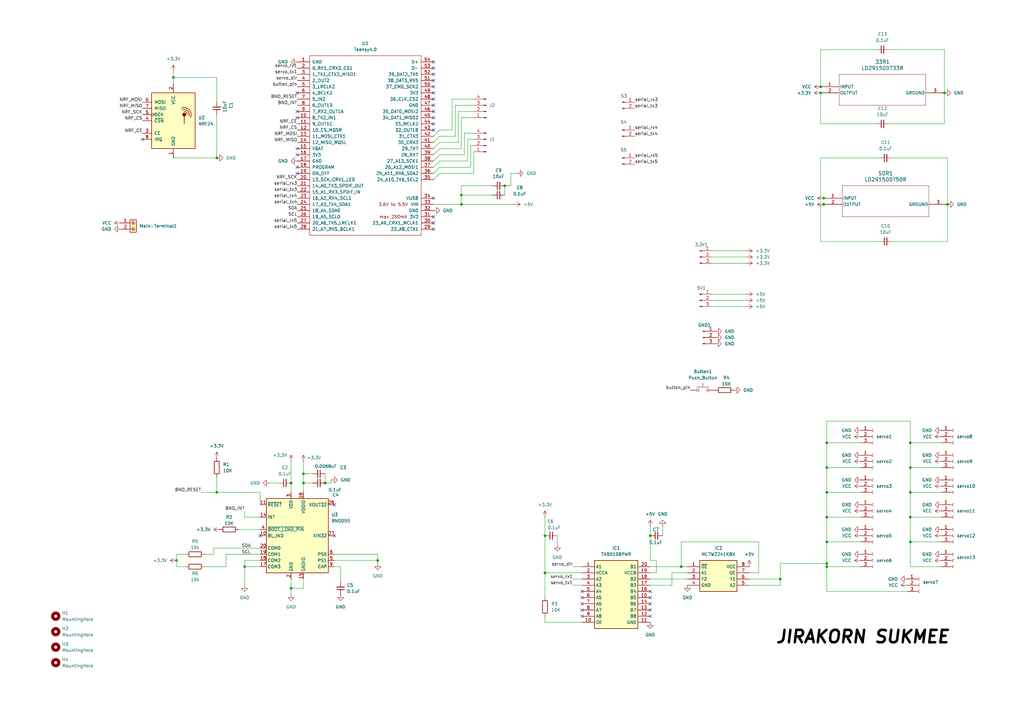
<source format=kicad_sch>
(kicad_sch (version 20231120) (generator "eeschema") (generator_version "8.0")
  (paper "A3")
  (title_block (title "Teensy 4.0 Hexapod Controller") (date "2024-12-27") (rev "V0.1") (company "Jirakorn Sukmee"))
  (junction (at 336.55 35.56))
  (junction (at 279.4 232.41))
  (junction (at 189.23 83.82))
  (junction (at 339.09 222.25))
  (junction (at 373.38 191.77))
  (junction (at 339.09 231.14))
  (junction (at 320.04 237.49))
  (junction (at 339.09 181.61))
  (junction (at 339.09 201.93))
  (junction (at 266.7 219.71))
  (junction (at 337.82 81.28))
  (junction (at 223.52 219.71))
  (junction (at 124.46 194.31))
  (junction (at 88.9 201.93))
  (junction (at 133.35 198.12))
  (junction (at 189.23 80.01))
  (junction (at 388.62 83.82))
  (junction (at 119.38 241.3))
  (junction (at 373.38 222.25))
  (junction (at 71.12 31.75))
  (junction (at 207.01 76.2))
  (junction (at 373.38 201.93))
  (junction (at 373.38 181.61))
  (junction (at 124.46 198.12))
  (junction (at 339.09 212.09))
  (junction (at 336.55 38.1))
  (junction (at 100.33 232.41))
  (junction (at 339.09 191.77))
  (junction (at 337.82 83.82))
  (junction (at 387.35 38.1))
  (junction (at 373.38 212.09))
  (junction (at 88.9 64.77))
  (junction (at 223.52 234.95))
  (junction (at 119.38 198.12))
  (junction (at 339.09 232.41))
  (junction (at 72.39 229.87))
  (junction (at 154.94 229.87))
  (no_connect (at 137.16 219.71))
  (no_connect (at 266.7 242.57))
  (no_connect (at 106.68 219.71))
  (no_connect (at 266.7 247.65))
  (no_connect (at 121.92 48.26))
  (no_connect (at 177.8 91.44))
  (no_connect (at 121.92 60.96))
  (no_connect (at 177.8 88.9))
  (no_connect (at 177.8 38.1))
  (no_connect (at 177.8 50.8))
  (no_connect (at 266.7 250.19))
  (no_connect (at 58.42 57.15))
  (no_connect (at 121.92 63.5))
  (no_connect (at 177.8 27.94))
  (no_connect (at 238.76 247.65))
  (no_connect (at 177.8 30.48))
  (no_connect (at 238.76 245.11))
  (no_connect (at 177.8 48.26))
  (no_connect (at 177.8 93.98))
  (no_connect (at 177.8 45.72))
  (no_connect (at 177.8 25.4))
  (no_connect (at 137.16 207.01))
  (no_connect (at 177.8 35.56))
  (no_connect (at 121.92 38.1))
  (no_connect (at 177.8 81.28))
  (no_connect (at 238.76 250.19))
  (no_connect (at 266.7 252.73))
  (no_connect (at 238.76 252.73))
  (no_connect (at 121.92 68.58))
  (no_connect (at 121.92 45.72))
  (no_connect (at 177.8 33.02))
  (no_connect (at 121.92 71.12))
  (no_connect (at 177.8 40.64))
  (no_connect (at 177.8 43.18))
  (no_connect (at 266.7 245.11))
  (no_connect (at 177.8 53.34))
  (no_connect (at 238.76 242.57))
  (bus_entry (at 177.8 55.88) (size 2.54 -2.54))
  (bus_entry (at 177.8 58.42) (size 2.54 -2.54))
  (bus_entry (at 177.8 66.04) (size 2.54 -2.54))
  (bus_entry (at 177.8 60.96) (size 2.54 -2.54))
  (bus_entry (at 177.8 68.58) (size 2.54 -2.54))
  (bus_entry (at 177.8 73.66) (size 2.54 -2.54))
  (bus_entry (at 177.8 71.12) (size 2.54 -2.54))
  (bus_entry (at 177.8 63.5) (size 2.54 -2.54))
  (wire (pts (xy 336.55 83.82) (xy 337.82 83.82)))
  (wire (pts (xy 271.78 215.9) (xy 271.78 219.71)))
  (wire (pts (xy 365.76 99.06) (xy 388.62 99.06)))
  (wire (pts (xy 124.46 198.12) (xy 128.27 198.12)))
  (wire (pts (xy 209.55 71.12) (xy 212.09 71.12)))
  (wire (pts (xy 364.49 50.8) (xy 387.35 50.8)))
  (wire (pts (xy 339.09 242.57) (xy 372.11 242.57)))
  (wire (pts (xy 88.9 201.93) (xy 106.68 201.93)))
  (wire (pts (xy 339.09 222.25) (xy 339.09 231.14)))
  (wire (pts (xy 306.07 105.41) (xy 292.1 105.41)))
  (wire (pts (xy 266.7 229.87) (xy 269.24 229.87)))
  (wire (pts (xy 373.38 181.61) (xy 373.38 191.77)))
  (wire (pts (xy 339.09 172.72) (xy 339.09 181.61)))
  (wire (pts (xy 365.76 64.77) (xy 388.62 64.77)))
  (wire (pts (xy 100.33 232.41) (xy 106.68 232.41)))
  (wire (pts (xy 106.68 229.87) (xy 100.33 229.87)))
  (wire (pts (xy 87.63 224.79) (xy 106.68 224.79)))
  (wire (pts (xy 154.94 227.33) (xy 154.94 229.87)))
  (wire (pts (xy 388.62 64.77) (xy 388.62 83.82)))
  (wire (pts (xy 100.33 229.87) (xy 100.33 232.41)))
  (wire (pts (xy 139.7 232.41) (xy 139.7 238.76)))
  (wire (pts (xy 336.55 99.06) (xy 336.55 83.82)))
  (wire (pts (xy 336.55 50.8) (xy 359.41 50.8)))
  (wire (pts (xy 279.4 222.25) (xy 311.15 222.25)))
  (wire (pts (xy 124.46 194.31) (xy 124.46 198.12)))
  (wire (pts (xy 266.7 232.41) (xy 279.4 232.41)))
  (wire (pts (xy 336.55 20.32) (xy 336.55 35.56)))
  (wire (pts (xy 353.06 212.09) (xy 339.09 212.09)))
  (wire (pts (xy 189.23 83.82) (xy 210.82 83.82)))
  (wire (pts (xy 339.09 181.61) (xy 339.09 191.77)))
  (wire (pts (xy 72.39 229.87) (xy 72.39 227.33)))
  (wire (pts (xy 336.55 81.28) (xy 337.82 81.28)))
  (wire (pts (xy 306.07 107.95) (xy 292.1 107.95)))
  (wire (pts (xy 373.38 191.77) (xy 373.38 201.93)))
  (wire (pts (xy 266.7 215.9) (xy 266.7 219.71)))
  (wire (pts (xy 135.89 198.12) (xy 135.89 196.85)))
  (wire (pts (xy 191.77 66.04) (xy 191.77 57.15)))
  (wire (pts (xy 306.07 123.19) (xy 292.1 123.19)))
  (wire (pts (xy 307.34 237.49) (xy 320.04 237.49)))
  (wire (pts (xy 119.38 241.3) (xy 119.38 243.84)))
  (wire (pts (xy 373.38 212.09) (xy 373.38 222.25)))
  (wire (pts (xy 339.09 231.14) (xy 339.09 232.41)))
  (wire (pts (xy 88.9 64.77) (xy 71.12 64.77)))
  (wire (pts (xy 97.79 217.17) (xy 106.68 217.17)))
  (wire (pts (xy 82.55 201.93) (xy 88.9 201.93)))
  (wire (pts (xy 119.38 237.49) (xy 119.38 241.3)))
  (wire (pts (xy 373.38 222.25) (xy 386.08 222.25)))
  (wire (pts (xy 185.42 53.34) (xy 185.42 40.64)))
  (wire (pts (xy 154.94 229.87) (xy 154.94 231.14)))
  (wire (pts (xy 180.34 58.42) (xy 187.96 58.42)))
  (wire (pts (xy 137.16 232.41) (xy 139.7 232.41)))
  (wire (pts (xy 234.95 237.49) (xy 238.76 237.49)))
  (wire (pts (xy 207.01 76.2) (xy 209.55 76.2)))
  (wire (pts (xy 124.46 241.3) (xy 119.38 241.3)))
  (wire (pts (xy 100.33 212.09) (xy 106.68 212.09)))
  (wire (pts (xy 373.38 172.72) (xy 373.38 181.61)))
  (wire (pts (xy 266.7 219.71) (xy 266.7 229.87)))
  (wire (pts (xy 124.46 237.49) (xy 124.46 241.3)))
  (wire (pts (xy 223.52 245.11) (xy 223.52 234.95)))
  (wire (pts (xy 71.12 31.75) (xy 88.9 31.75)))
  (wire (pts (xy 88.9 31.75) (xy 88.9 41.91)))
  (wire (pts (xy 339.09 191.77) (xy 339.09 201.93)))
  (wire (pts (xy 339.09 232.41) (xy 353.06 232.41)))
  (wire (pts (xy 119.38 198.12) (xy 119.38 201.93)))
  (wire (pts (xy 110.49 198.12) (xy 114.3 198.12)))
  (wire (pts (xy 339.09 172.72) (xy 373.38 172.72)))
  (wire (pts (xy 92.71 232.41) (xy 92.71 227.33)))
  (wire (pts (xy 180.34 53.34) (xy 185.42 53.34)))
  (wire (pts (xy 306.07 125.73) (xy 292.1 125.73)))
  (wire (pts (xy 190.5 63.5) (xy 190.5 54.61)))
  (wire (pts (xy 106.68 201.93) (xy 106.68 207.01)))
  (wire (pts (xy 185.42 40.64) (xy 194.31 40.64)))
  (wire (pts (xy 339.09 201.93) (xy 339.09 212.09)))
  (wire (pts (xy 275.59 240.03) (xy 275.59 234.95)))
  (wire (pts (xy 339.09 232.41) (xy 339.09 242.57)))
  (wire (pts (xy 187.96 45.72) (xy 194.31 45.72)))
  (wire (pts (xy 137.16 227.33) (xy 154.94 227.33)))
  (wire (pts (xy 266.7 237.49) (xy 281.94 237.49)))
  (wire (pts (xy 88.9 46.99) (xy 88.9 64.77)))
  (wire (pts (xy 100.33 209.55) (xy 100.33 212.09)))
  (wire (pts (xy 124.46 189.23) (xy 124.46 194.31)))
  (wire (pts (xy 207.01 76.2) (xy 207.01 80.01)))
  (wire (pts (xy 373.38 222.25) (xy 373.38 232.41)))
  (wire (pts (xy 87.63 227.33) (xy 87.63 224.79)))
  (wire (pts (xy 137.16 229.87) (xy 154.94 229.87)))
  (wire (pts (xy 83.82 227.33) (xy 87.63 227.33)))
  (wire (pts (xy 201.93 80.01) (xy 189.23 80.01)))
  (wire (pts (xy 180.34 60.96) (xy 189.23 60.96)))
  (wire (pts (xy 223.52 255.27) (xy 238.76 255.27)))
  (wire (pts (xy 279.4 232.41) (xy 279.4 222.25)))
  (wire (pts (xy 190.5 54.61) (xy 194.31 54.61)))
  (wire (pts (xy 180.34 68.58) (xy 193.04 68.58)))
  (wire (pts (xy 339.09 212.09) (xy 339.09 222.25)))
  (wire (pts (xy 269.24 229.87) (xy 269.24 234.95)))
  (wire (pts (xy 266.7 240.03) (xy 275.59 240.03)))
  (wire (pts (xy 234.95 232.41) (xy 238.76 232.41)))
  (wire (pts (xy 72.39 229.87) (xy 72.39 232.41)))
  (wire (pts (xy 180.34 63.5) (xy 190.5 63.5)))
  (wire (pts (xy 339.09 201.93) (xy 353.06 201.93)))
  (wire (pts (xy 339.09 191.77) (xy 353.06 191.77)))
  (wire (pts (xy 223.52 234.95) (xy 238.76 234.95)))
  (wire (pts (xy 223.52 252.73) (xy 223.52 255.27)))
  (wire (pts (xy 320.04 240.03) (xy 320.04 237.49)))
  (wire (pts (xy 177.8 83.82) (xy 189.23 83.82)))
  (wire (pts (xy 228.6 219.71) (xy 228.6 223.52)))
  (wire (pts (xy 189.23 60.96) (xy 189.23 48.26)))
  (wire (pts (xy 387.35 50.8) (xy 387.35 38.1)))
  (wire (pts (xy 92.71 227.33) (xy 106.68 227.33)))
  (wire (pts (xy 124.46 194.31) (xy 128.27 194.31)))
  (wire (pts (xy 72.39 232.41) (xy 76.2 232.41)))
  (wire (pts (xy 100.33 232.41) (xy 100.33 240.03)))
  (wire (pts (xy 189.23 80.01) (xy 189.23 83.82)))
  (wire (pts (xy 320.04 231.14) (xy 320.04 237.49)))
  (wire (pts (xy 306.07 102.87) (xy 292.1 102.87)))
  (wire (pts (xy 269.24 234.95) (xy 266.7 234.95)))
  (wire (pts (xy 223.52 212.09) (xy 223.52 219.71)))
  (wire (pts (xy 306.07 120.65) (xy 292.1 120.65)))
  (wire (pts (xy 373.38 201.93) (xy 373.38 212.09)))
  (wire (pts (xy 311.15 222.25) (xy 311.15 234.95)))
  (wire (pts (xy 187.96 58.42) (xy 187.96 45.72)))
  (wire (pts (xy 388.62 99.06) (xy 388.62 83.82)))
  (wire (pts (xy 186.69 55.88) (xy 186.69 43.18)))
  (wire (pts (xy 279.4 232.41) (xy 281.94 232.41)))
  (wire (pts (xy 189.23 76.2) (xy 189.23 80.01)))
  (wire (pts (xy 194.31 71.12) (xy 180.34 71.12)))
  (wire (pts (xy 189.23 48.26) (xy 194.31 48.26)))
  (wire (pts (xy 83.82 232.41) (xy 92.71 232.41)))
  (wire (pts (xy 336.55 64.77) (xy 360.68 64.77)))
  (wire (pts (xy 180.34 55.88) (xy 186.69 55.88)))
  (wire (pts (xy 336.55 64.77) (xy 336.55 81.28)))
  (wire (pts (xy 133.35 198.12) (xy 135.89 198.12)))
  (wire (pts (xy 223.52 219.71) (xy 223.52 234.95)))
  (wire (pts (xy 119.38 189.23) (xy 119.38 198.12)))
  (wire (pts (xy 339.09 222.25) (xy 353.06 222.25)))
  (wire (pts (xy 209.55 76.2) (xy 209.55 71.12)))
  (wire (pts (xy 311.15 234.95) (xy 307.34 234.95)))
  (wire (pts (xy 307.34 240.03) (xy 320.04 240.03)))
  (wire (pts (xy 373.38 191.77) (xy 386.08 191.77)))
  (wire (pts (xy 336.55 99.06) (xy 360.68 99.06)))
  (wire (pts (xy 193.04 59.69) (xy 194.31 59.69)))
  (wire (pts (xy 387.35 20.32) (xy 387.35 38.1)))
  (wire (pts (xy 189.23 76.2) (xy 201.93 76.2)))
  (wire (pts (xy 336.55 38.1) (xy 336.55 50.8)))
  (wire (pts (xy 339.09 181.61) (xy 353.06 181.61)))
  (wire (pts (xy 234.95 240.03) (xy 238.76 240.03)))
  (wire (pts (xy 72.39 227.33) (xy 76.2 227.33)))
  (wire (pts (xy 275.59 234.95) (xy 281.94 234.95)))
  (wire (pts (xy 133.35 194.31) (xy 133.35 198.12)))
  (wire (pts (xy 71.12 29.21) (xy 71.12 31.75)))
  (wire (pts (xy 88.9 195.58) (xy 88.9 201.93)))
  (wire (pts (xy 373.38 232.41) (xy 386.08 232.41)))
  (wire (pts (xy 124.46 198.12) (xy 124.46 201.93)))
  (wire (pts (xy 364.49 20.32) (xy 387.35 20.32)))
  (wire (pts (xy 186.69 43.18) (xy 194.31 43.18)))
  (wire (pts (xy 194.31 62.23) (xy 194.31 71.12)))
  (wire (pts (xy 373.38 201.93) (xy 386.08 201.93)))
  (wire (pts (xy 191.77 57.15) (xy 194.31 57.15)))
  (wire (pts (xy 373.38 181.61) (xy 386.08 181.61)))
  (wire (pts (xy 71.12 31.75) (xy 71.12 34.29)))
  (wire (pts (xy 180.34 66.04) (xy 191.77 66.04)))
  (wire (pts (xy 373.38 212.09) (xy 386.08 212.09)))
  (wire (pts (xy 320.04 231.14) (xy 339.09 231.14)))
  (wire (pts (xy 193.04 68.58) (xy 193.04 59.69)))
  (wire (pts (xy 359.41 20.32) (xy 336.55 20.32)))
  (text "JIRAKORN SUKMEE" (at 353.822 261.366 0) (effects (font (size 5.08 5.08) (thickness 1.016) (bold yes) (italic yes))))
  (label "BNO_RESET" (at 121.92 40.64 180))
  (label "serial_rx3" (at 260.35 41.91 0))
  (label "button_pin" (at 121.92 35.56 180))
  (label "BNO_RESET" (at 82.55 201.93 180))
  (label "serial_rx4" (at 121.92 81.28 180))
  (label "button_pin" (at 283.21 160.02 180))
  (label "serial_rx3" (at 121.92 76.2 180))
  (label "serial_tx4" (at 260.35 55.88 0))
  (label "SCL" (at 121.92 88.9 180))
  (label "serial_rx5" (at 260.35 64.77 0))
  (label "servo_tx1" (at 121.92 30.48 180))
  (label "NRF_SCK" (at 121.92 73.66 180))
  (label "NRF_CS" (at 58.42 49.53 180))
  (label "SDA" (at 121.92 86.36 180))
  (label "SDA" (at 102.87 224.79 180))
  (label "serial_tx5" (at 121.92 93.98 180))
  (label "NRF_MOSI" (at 121.92 55.88 180))
  (label "NRF_CE" (at 121.92 50.8 180))
  (label "serial_tx4" (at 121.92 83.82 180))
  (label "serial_tx3" (at 121.92 78.74 180))
  (label "servo_rx1" (at 234.95 237.49 180))
  (label "servo_rx1" (at 121.92 27.94 180))
  (label "BNO_INT" (at 100.33 209.55 180))
  (label "NRF_CE" (at 58.42 54.61 180))
  (label "NRF_SCK" (at 58.42 46.99 180))
  (label "NRF_MOSI" (at 58.42 41.91 180))
  (label "servo_dir" (at 234.95 232.41 180))
  (label "serial_tx5" (at 260.35 67.31 0))
  (label "NRF_MISO" (at 121.92 58.42 180))
  (label "servo_tx1" (at 234.95 240.03 180))
  (label "serial_rx4" (at 260.35 53.34 0))
  (label "SCL" (at 102.87 227.33 180))
  (label "BNO_INT" (at 121.92 43.18 180))
  (label "NRF_CS" (at 121.92 53.34 180))
  (label "servo_dir" (at 121.92 33.02 180))
  (label "serial_tx3" (at 260.35 44.45 0))
  (label "NRF_MISO" (at 58.42 44.45 180))
  (label "serial_rx5" (at 121.92 91.44 180))
  (symbol (lib_id "power:+3.3V") (at 306.07 105.41 270) (unit 1)
    (property "Reference" "#PWR056" (effects (hide yes)))
    (property "Value" "+3.3V" (at 309.88 105.4099 90) (effects (justify left)))
    (property "Description" "Power symbol creates a global label with name \"+3.3V\"" (effects (hide yes)))
  )
  (symbol (lib_id "Mechanical:MountingHole") (at 22.86 265.43 0) (unit 1) (exclude_from_sim yes) (in_bom no)
    (property "Reference" "H3" (at 25.4 264.1599 0) (effects (justify left)))
    (property "Value" "MountingHole" (at 25.4 266.6999 0) (effects (justify left)))
    (property "Footprint" "MountingHole:MountingHole_3.2mm_M3" (effects (hide yes)))
    (property "Description" "Mounting Hole without connection" (effects (hide yes)))
  )
  (symbol (lib_id "power:GND") (at 281.94 240.03 0) (unit 1)
    (property "Reference" "#PWR052" (effects (hide yes)))
    (property "Value" "GND" (at 281.94 245.11 0))
    (property "Description" "Power symbol creates a global label with name \"GND\" , ground" (effects (hide yes)))
  )
  (symbol (lib_id "power:VCC") (at 372.11 240.03 90) (unit 1)
    (property "Reference" "#PWR032" (effects (hide yes)))
    (property "Value" "VCC" (at 368.3 240.0299 90) (effects (justify left)))
    (property "Description" "Power symbol creates a global label with name \"VCC\"" (effects (hide yes)))
  )
  (symbol (lib_id "Connector:Conn_01x04_Pin") (at 199.39 45.72 180) (unit 1)
    (property "Reference" "J2" (at 200.66 43.1799 0) (effects (justify right)))
    (property "Value" "Conn_01x04_Pin" (effects (hide yes)))
    (property "Footprint" "Connector_PinHeader_2.54mm:PinHeader_1x04_P2.54mm_Vertical" (effects (hide yes)))
    (property "Description" "Generic connector, single row, 01x04, script generated" (effects (hide yes)))
  )
  (symbol (lib_id "power:GND") (at 386.08 186.69 270) (unit 1)
    (property "Reference" "#PWR035" (effects (hide yes)))
    (property "Value" "GND" (at 382.27 186.6899 90) (effects (justify right)))
    (property "Description" "Power symbol creates a global label with name \"GND\" , ground" (effects (hide yes)))
  )
  (symbol (lib_id "power:GND") (at 100.33 240.03 0) (unit 1)
    (property "Reference" "#PWR05" (effects (hide yes)))
    (property "Value" "GND" (at 100.33 245.11 0))
    (property "Description" "Power symbol creates a global label with name \"GND\" , ground" (effects (hide yes)))
  )
  (symbol (lib_id "power:GND") (at 353.06 186.69 270) (unit 1)
    (property "Reference" "#PWR021" (effects (hide yes)))
    (property "Value" "GND" (at 349.25 186.6899 90) (effects (justify right)))
    (property "Description" "Power symbol creates a global label with name \"GND\" , ground" (effects (hide yes)))
  )
  (symbol (lib_id "Connector:Conn_01x02_Pin") (at 255.27 64.77 0) (unit 1)
    (property "Reference" "S5" (at 255.778 61.468 0))
    (property "Value" "CAN_SERIAL3" (effects (hide yes)))
    (property "Footprint" "Connector_PinHeader_2.54mm:PinHeader_1x02_P2.54mm_Vertical" (effects (hide yes)))
    (property "Description" "Generic connector, single row, 01x02, script generated" (effects (hide yes)))
  )
  (symbol (lib_id "power:VCC") (at 386.08 229.87 90) (unit 1)
    (property "Reference" "#PWR044" (effects (hide yes)))
    (property "Value" "VCC" (at 382.27 229.8699 90) (effects (justify left)))
    (property "Description" "Power symbol creates a global label with name \"VCC\"" (effects (hide yes)))
  )
  (symbol (lib_id "Connector:Conn_01x03_Pin") (at 288.29 138.43 0) (unit 1)
    (property "Reference" "GND1" (at 288.925 133.35 0))
    (property "Value" "Conn_01x03_Pin" (effects (hide yes)))
    (property "Footprint" "Connector_PinHeader_2.54mm:PinHeader_1x03_P2.54mm_Vertical" (effects (hide yes)))
    (property "Description" "Generic connector, single row, 01x03, script generated" (effects (hide yes)))
  )
  (symbol (lib_id "power:GND") (at 110.49 198.12 270) (unit 1)
    (property "Reference" "#PWR06" (effects (hide yes)))
    (property "Value" "GND" (at 106.68 198.1199 90) (effects (justify right)))
    (property "Description" "Power symbol creates a global label with name \"GND\" , ground" (effects (hide yes)))
  )
  (symbol (lib_id "power:VCC") (at 386.08 219.71 90) (unit 1)
    (property "Reference" "#PWR042" (effects (hide yes)))
    (property "Value" "VCC" (at 382.27 219.7099 90) (effects (justify left)))
    (property "Description" "Power symbol creates a global label with name \"VCC\"" (effects (hide yes)))
  )
  (symbol (lib_id "power:+5V") (at 306.07 120.65 270) (unit 1)
    (property "Reference" "#PWR058" (effects (hide yes)))
    (property "Value" "+5V" (at 309.88 120.6499 90) (effects (justify left)))
    (property "Description" "Power symbol creates a global label with name \"+5V\"" (effects (hide yes)))
  )
  (symbol (lib_id "Connector:Conn_01x03_Socket") (at 377.19 240.03 0) (unit 1)
    (property "Reference" "servo7" (at 378.46 238.7599 0) (effects (justify left)))
    (property "Value" "Conn_01x03_Socket" (effects (hide yes)))
    (property "Footprint" "Connector_JST:JST_PH_B3B-PH-K_1x03_P2.00mm_Vertical" (effects (hide yes)))
    (property "Description" "Generic connector, single row, 01x03, script generated" (effects (hide yes)))
  )
  (symbol (lib_id "Connector:Conn_01x02_Pin") (at 255.27 41.91 0) (unit 1)
    (property "Reference" "S3" (at 255.905 39.37 0))
    (property "Value" "SERIAL7" (effects (hide yes)))
    (property "Footprint" "Connector_PinHeader_2.54mm:PinHeader_1x02_P2.54mm_Vertical" (effects (hide yes)))
    (property "Description" "Generic connector, single row, 01x02, script generated" (effects (hide yes)))
  )
  (symbol (lib_id "power:VCC") (at 49.53 91.44 90) (unit 1)
    (property "Reference" "#PWR045" (effects (hide yes)))
    (property "Value" "VCC" (at 45.72 91.4399 90) (effects (justify left)))
    (property "Description" "Power symbol creates a global label with name \"VCC\"" (effects (hide yes)))
  )
  (symbol (lib_id "power:GND") (at 121.92 25.4 270) (unit 1)
    (property "Reference" "#PWR068" (effects (hide yes)))
    (property "Value" "GND" (at 118.11 25.3999 90) (effects (justify right)))
    (property "Description" "Power symbol creates a global label with name \"GND\" , ground" (effects (hide yes)))
  )
  (symbol (lib_id "Connector:Conn_01x04_Pin") (at 199.39 59.69 180) (unit 1)
    (property "Reference" "J1" (at 200.66 57.1499 0) (effects (justify right)))
    (property "Value" "Conn_01x04_Pin" (effects (hide yes)))
    (property "Footprint" "Connector_PinHeader_2.54mm:PinHeader_1x04_P2.54mm_Vertical" (effects (hide yes)))
    (property "Description" "Generic connector, single row, 01x04, script generated" (effects (hide yes)))
  )
  (symbol (lib_id "power:+3.3V") (at 71.12 29.21 0) (unit 1)
    (property "Reference" "#PWR01" (effects (hide yes)))
    (property "Value" "+3.3V" (at 71.12 24.13 0))
    (property "Description" "Power symbol creates a global label with name \"+3.3V\"" (effects (hide yes)))
  )
  (symbol (lib_id "power:GND") (at 266.7 255.27 0) (unit 1)
    (property "Reference" "#PWR050" (effects (hide yes)))
    (property "Value" "GND" (at 266.7 260.35 0))
    (property "Description" "Power symbol creates a global label with name \"GND\" , ground" (effects (hide yes)))
  )
  (symbol (lib_id "power:GND") (at 353.06 196.85 270) (unit 1)
    (property "Reference" "#PWR023" (effects (hide yes)))
    (property "Value" "GND" (at 349.25 196.8499 90) (effects (justify right)))
    (property "Description" "Power symbol creates a global label with name \"GND\" , ground" (effects (hide yes)))
  )
  (symbol (lib_id "power:GND") (at 154.94 231.14 0) (unit 1)
    (property "Reference" "#PWR012" (effects (hide yes)))
    (property "Value" "GND" (at 154.94 236.22 0))
    (property "Description" "Power symbol creates a global label with name \"GND\" , ground" (effects (hide yes)))
  )
  (symbol (lib_id "power:GND") (at 135.89 196.85 90) (unit 1)
    (property "Reference" "#PWR010" (effects (hide yes)))
    (property "Value" "GND" (at 139.7 196.8499 90) (effects (justify right)))
    (property "Description" "Power symbol creates a global label with name \"GND\" , ground" (effects (hide yes)))
  )
  (symbol (lib_id "Connector:Conn_01x03_Socket") (at 358.14 199.39 0) (unit 1)
    (property "Reference" "servo3" (at 359.41 199.3899 0) (effects (justify left)))
    (property "Value" "Conn_01x03_Socket" (effects (hide yes)))
    (property "Footprint" "Connector_JST:JST_PH_B3B-PH-K_1x03_P2.00mm_Vertical" (effects (hide yes)))
    (property "Description" "Generic connector, single row, 01x03, script generated" (effects (hide yes)))
  )
  (symbol (lib_id "power:GND") (at 353.06 227.33 270) (unit 1)
    (property "Reference" "#PWR029" (effects (hide yes)))
    (property "Value" "GND" (at 349.25 227.3299 90) (effects (justify right)))
    (property "Description" "Power symbol creates a global label with name \"GND\" , ground" (effects (hide yes)))
  )
  (symbol (lib_id "Connector:Conn_01x03_Socket") (at 358.14 179.07 0) (unit 1)
    (property "Reference" "servo1" (at 359.41 179.0699 0) (effects (justify left)))
    (property "Value" "Conn_01x03_Socket" (effects (hide yes)))
    (property "Footprint" "Connector_JST:JST_PH_B3B-PH-K_1x03_P2.00mm_Vertical" (effects (hide yes)))
    (property "Description" "Generic connector, single row, 01x03, script generated" (effects (hide yes)))
  )
  (symbol (lib_id "power:VCC") (at 386.08 189.23 90) (unit 1)
    (property "Reference" "#PWR036" (effects (hide yes)))
    (property "Value" "VCC" (at 382.27 189.2299 90) (effects (justify left)))
    (property "Description" "Power symbol creates a global label with name \"VCC\"" (effects (hide yes)))
  )
  (symbol (lib_id "power:VCC") (at 353.06 209.55 90) (unit 1)
    (property "Reference" "#PWR026" (effects (hide yes)))
    (property "Value" "VCC" (at 349.25 209.5499 90) (effects (justify left)))
    (property "Description" "Power symbol creates a global label with name \"VCC\"" (effects (hide yes)))
  )
  (symbol (lib_id "power:GND") (at 293.37 135.89 90) (unit 1)
    (property "Reference" "#PWR061" (effects (hide yes)))
    (property "Value" "GND" (at 297.18 135.8899 90) (effects (justify right)))
    (property "Description" "Power symbol creates a global label with name \"GND\" , ground" (effects (hide yes)))
  )
  (symbol (lib_id "power:GND") (at 372.11 237.49 270) (unit 1)
    (property "Reference" "#PWR031" (effects (hide yes)))
    (property "Value" "GND" (at 368.3 237.4899 90) (effects (justify right)))
    (property "Description" "Power symbol creates a global label with name \"GND\" , ground" (effects (hide yes)))
  )
  (symbol (lib_id "power:+3.3V") (at 124.46 189.23 0) (unit 1)
    (property "Reference" "#PWR09" (effects (hide yes)))
    (property "Value" "+3.3V" (at 128.778 187.706 0))
    (property "Description" "Power symbol creates a global label with name \"+3.3V\"" (effects (hide yes)))
  )
  (symbol (lib_id "Connector:Conn_01x03_Pin") (at 287.02 123.19 0) (unit 1)
    (property "Reference" "5V1" (at 287.655 118.11 0))
    (property "Value" "Conn_01x03_Pin" (effects (hide yes)))
    (property "Footprint" "Connector_PinHeader_2.54mm:PinHeader_1x03_P2.54mm_Vertical" (effects (hide yes)))
    (property "Description" "Generic connector, single row, 01x03, script generated" (effects (hide yes)))
  )
  (symbol (lib_id "power:+5V") (at 307.34 232.41 0) (unit 1)
    (property "Reference" "#PWR053" (effects (hide yes)))
    (property "Value" "+5V" (at 307.34 227.33 0))
    (property "Description" "Power symbol creates a global label with name \"+5V\"" (effects (hide yes)))
  )
  (symbol (lib_id "power:GND") (at 177.8 86.36 90) (unit 1)
    (property "Reference" "#PWR065" (effects (hide yes)))
    (property "Value" "GND" (at 181.61 86.3599 90) (effects (justify right)))
    (property "Description" "Power symbol creates a global label with name \"GND\" , ground" (effects (hide yes)))
  )
  (symbol (lib_id "power:GND") (at 386.08 176.53 270) (unit 1)
    (property "Reference" "#PWR033" (effects (hide yes)))
    (property "Value" "GND" (at 382.27 176.5299 90) (effects (justify right)))
    (property "Description" "Power symbol creates a global label with name \"GND\" , ground" (effects (hide yes)))
  )
  (symbol (lib_id "power:GND") (at 300.99 160.02 90) (unit 1)
    (property "Reference" "#PWR054" (effects (hide yes)))
    (property "Value" "GND" (at 304.8 160.0199 90) (effects (justify right)))
    (property "Description" "Power symbol creates a global label with name \"GND\" , ground" (effects (hide yes)))
  )
  (symbol (lib_id "power:GND") (at 88.9 64.77 90) (unit 1)
    (property "Reference" "#PWR02" (effects (hide yes)))
    (property "Value" "GND" (at 92.71 64.7699 90) (effects (justify right)))
    (property "Description" "Power symbol creates a global label with name \"GND\" , ground" (effects (hide yes)))
  )
  (symbol (lib_id "power:+5V") (at 210.82 83.82 270) (unit 1)
    (property "Reference" "#PWR064" (effects (hide yes)))
    (property "Value" "+5V" (at 214.63 83.8199 90) (effects (justify left)))
    (property "Description" "Power symbol creates a global label with name \"+5V\"" (effects (hide yes)))
  )
  (symbol (lib_id "Connector:Conn_01x03_Socket") (at 358.14 229.87 0) (unit 1)
    (property "Reference" "servo6" (at 359.41 229.8699 0) (effects (justify left)))
    (property "Value" "Conn_01x03_Socket" (effects (hide yes)))
    (property "Footprint" "Connector_JST:JST_PH_B3B-PH-K_1x03_P2.00mm_Vertical" (effects (hide yes)))
    (property "Description" "Generic connector, single row, 01x03, script generated" (effects (hide yes)))
  )
  (symbol (lib_id "Connector:Conn_01x03_Socket") (at 358.14 189.23 0) (unit 1)
    (property "Reference" "servo2" (at 359.41 189.2299 0) (effects (justify left)))
    (property "Value" "Conn_01x03_Socket" (effects (hide yes)))
    (property "Footprint" "Connector_JST:JST_PH_B3B-PH-K_1x03_P2.00mm_Vertical" (effects (hide yes)))
    (property "Description" "Generic connector, single row, 01x03, script generated" (effects (hide yes)))
  )
  (symbol (lib_id "Device:C_Small") (at 88.9 44.45 180) (unit 1)
    (property "Reference" "C1" (at 94.742 43.18 90))
    (property "Value" "10uF" (at 92.202 43.688 90))
    (property "Footprint" "Capacitor_SMD:C_0805_2012Metric_Pad1.18x1.45mm_HandSolder" (effects (hide yes)))
    (property "Description" "Unpolarized capacitor, small symbol" (effects (hide yes)))
  )
  (symbol (lib_id "power:+3.3V") (at 90.17 217.17 90) (unit 1)
    (property "Reference" "#PWR04" (effects (hide yes)))
    (property "Value" "+3.3V" (at 86.36 217.1699 90) (effects (justify left)))
    (property "Description" "Power symbol creates a global label with name \"+3.3V\"" (effects (hide yes)))
  )
  (symbol (lib_id "power:+5V") (at 337.82 83.82 90) (unit 1)
    (property "Reference" "#PWR016" (effects (hide yes)))
    (property "Value" "+5V" (at 334.01 83.8199 90) (effects (justify left)))
    (property "Description" "Power symbol creates a global label with name \"+5V\"" (effects (hide yes)))
  )
  (symbol (lib_id "Device:C_Small") (at 130.81 198.12 90) (unit 1)
    (property "Reference" "C4" (at 137.668 202.946 90))
    (property "Value" "0.1uF" (at 137.414 200.914 90))
    (property "Footprint" "Capacitor_SMD:C_0603_1608Metric_Pad1.08x0.95mm_HandSolder" (effects (hide yes)))
    (property "Description" "Unpolarized capacitor, small symbol" (effects (hide yes)))
  )
  (symbol (lib_id "Device:C_Small") (at 139.7 241.3 180) (unit 1)
    (property "Reference" "C5" (at 142.24 240.0235 0) (effects (justify right)))
    (property "Value" "0.1uF" (at 142.24 242.5635 0) (effects (justify right)))
    (property "Footprint" "Capacitor_SMD:C_0603_1608Metric_Pad1.08x0.95mm_HandSolder" (effects (hide yes)))
    (property "Description" "Unpolarized capacitor, small symbol" (effects (hide yes)))
  )
  (symbol (lib_id "Connector:Conn_01x03_Socket") (at 391.16 209.55 0) (unit 1)
    (property "Reference" "servo11" (at 392.43 209.5499 0) (effects (justify left)))
    (property "Value" "Conn_01x03_Socket" (effects (hide yes)))
    (property "Footprint" "Connector_JST:JST_PH_B3B-PH-K_1x03_P2.00mm_Vertical" (effects (hide yes)))
    (property "Description" "Generic connector, single row, 01x03, script generated" (effects (hide yes)))
  )
  (symbol (lib_id "TXB0108PWR:TXB0108PWR") (at 238.76 232.41 0) (unit 1)
    (property "Reference" "IC1" (at 252.73 224.79 0))
    (property "Value" "TXB0108PWR" (at 252.73 227.33 0))
    (property "Footprint" "SOP65P640X120-20N" (effects (hide yes)))
    (property "Datasheet" "http://www.ti.com/lit/ds/symlink/txb0108.pdf" (effects (hide yes)))
    (property "Description" "8-Bit Bidirectional Voltage-Level Shifter with Auto Direction Sensing and +/-15-kV ESD Protect" (effects (hide yes)))
    (property "Height" "1.2" (effects (hide yes)))
    (property "Mouser Part Number" "595-TXB0108PWR" (effects (hide yes)))
    (property "Mouser Price/Stock" "https://www.mouser.co.uk/ProductDetail/Texas-Instruments/TXB0108PWR?qs=oFXvjAmG9EgEUWGWzOVFCA%3D%3D" (effects (hide yes)))
    (property "Manufacturer_Name" "Texas Instruments" (effects (hide yes)))
    (property "Manufacturer_Part_Number" "TXB0108PWR" (effects (hide yes)))
  )
  (symbol (lib_id "power:VCC") (at 353.06 179.07 90) (unit 1)
    (property "Reference" "#PWR020" (effects (hide yes)))
    (property "Value" "VCC" (at 349.25 179.0699 90) (effects (justify left)))
    (property "Description" "Power symbol creates a global label with name \"VCC\"" (effects (hide yes)))
  )
  (symbol (lib_id "Device:C_Small") (at 269.24 219.71 90) (unit 1)
    (property "Reference" "C7" (at 268.986 217.17 90))
    (property "Value" "0.1uF" (at 268.986 222.504 90))
    (property "Footprint" "Capacitor_SMD:C_0603_1608Metric_Pad1.08x0.95mm_HandSolder" (effects (hide yes)))
    (property "Description" "Unpolarized capacitor, small symbol" (effects (hide yes)))
  )
  (symbol (lib_id "Connector:Conn_01x03_Socket") (at 391.16 179.07 0) (unit 1)
    (property "Reference" "servo8" (at 392.43 179.0699 0) (effects (justify left)))
    (property "Value" "Conn_01x03_Socket" (effects (hide yes)))
    (property "Footprint" "Connector_JST:JST_PH_B3B-PH-K_1x03_P2.00mm_Vertical" (effects (hide yes)))
    (property "Description" "Generic connector, single row, 01x03, script generated" (effects (hide yes)))
  )
  (symbol (lib_id "NC7WZ241K8X:NC7WZ241K8X") (at 281.94 232.41 0) (unit 1)
    (property "Reference" "IC2" (at 294.64 224.79 0))
    (property "Value" "NC7WZ241K8X" (at 294.64 227.33 0))
    (property "Footprint" "SOP50P310X90-8N" (effects (hide yes)))
    (property "Datasheet" "https://componentsearchengine.com/Datasheets/2/NC7WZ241K8X.pdf" (effects (hide yes)))
    (property "Description" "Buffers & Line Drivers Dual Buffer with 3-STATE Output" (effects (hide yes)))
    (property "Height" "0.9" (effects (hide yes)))
    (property "Mouser Part Number" "512-NC7WZ241K8X" (effects (hide yes)))
    (property "Mouser Price/Stock" "https://www.mouser.co.uk/ProductDetail/ON-Semiconductor-Fairchild/NC7WZ241K8X?qs=MA%252B40jw2YMo9oG31N%252Bvd7A%3D%3D" (effects (hide yes)))
    (property "Manufacturer_Name" "onsemi" (effects (hide yes)))
    (property "Manufacturer_Part_Number" "NC7WZ241K8X" (effects (hide yes)))
  )
  (symbol (lib_id "RF:NRF24L01_Breakout") (at 71.12 49.53 0) (unit 1)
    (property "Reference" "U2" (at 81.28 48.2599 0) (effects (justify left)))
    (property "Value" "NRF24" (at 81.28 50.7999 0) (effects (justify left)))
    (property "Footprint" "RF_Module:nRF24L01_Breakout" (effects (hide yes)))
    (property "Datasheet" "http://www.nordicsemi.com/eng/content/download/2730/34105/file/nRF24L01_Product_Specification_v2_0.pdf" (effects (hide yes)))
    (property "Description" "Ultra low power 2.4GHz RF Transceiver, Carrier PCB" (effects (hide yes)))
  )
  (symbol (lib_id "power:VCC") (at 386.08 179.07 90) (unit 1)
    (property "Reference" "#PWR034" (effects (hide yes)))
    (property "Value" "VCC" (at 382.27 179.0699 90) (effects (justify left)))
    (property "Description" "Power symbol creates a global label with name \"VCC\"" (effects (hide yes)))
  )
  (symbol (lib_id "Mechanical:MountingHole") (at 22.86 252.73 0) (unit 1) (exclude_from_sim yes) (in_bom no)
    (property "Reference" "H1" (at 25.4 251.4599 0) (effects (justify left)))
    (property "Value" "MountingHole" (at 25.4 253.9999 0) (effects (justify left)))
    (property "Footprint" "MountingHole:MountingHole_3.2mm_M3" (effects (hide yes)))
    (property "Description" "Mounting Hole without connection" (effects (hide yes)))
  )
  (symbol (lib_id "power:GND") (at 386.08 227.33 270) (unit 1)
    (property "Reference" "#PWR043" (effects (hide yes)))
    (property "Value" "GND" (at 382.27 227.3299 90) (effects (justify right)))
    (property "Description" "Power symbol creates a global label with name \"GND\" , ground" (effects (hide yes)))
  )
  (symbol (lib_id "Device:C_Small") (at 361.95 20.32 90) (unit 1)
    (property "Reference" "C13" (at 361.9563 13.97 90))
    (property "Value" "0.1uF" (at 361.9563 16.51 90))
    (property "Footprint" "Capacitor_SMD:C_0603_1608Metric_Pad1.08x0.95mm_HandSolder" (effects (hide yes)))
    (property "Description" "Unpolarized capacitor, small symbol" (effects (hide yes)))
  )
  (symbol (lib_id "power:+5V") (at 306.07 125.73 270) (unit 1)
    (property "Reference" "#PWR060" (effects (hide yes)))
    (property "Value" "+5V" (at 309.88 125.7299 90) (effects (justify left)))
    (property "Description" "Power symbol creates a global label with name \"+5V\"" (effects (hide yes)))
  )
  (symbol (lib_id "power:VCC") (at 386.08 199.39 90) (unit 1)
    (property "Reference" "#PWR038" (effects (hide yes)))
    (property "Value" "VCC" (at 382.27 199.3899 90) (effects (justify left)))
    (property "Description" "Power symbol creates a global label with name \"VCC\"" (effects (hide yes)))
  )
  (symbol (lib_id "power:GND") (at 386.08 207.01 270) (unit 1)
    (property "Reference" "#PWR039" (effects (hide yes)))
    (property "Value" "GND" (at 382.27 207.0099 90) (effects (justify right)))
    (property "Description" "Power symbol creates a global label with name \"GND\" , ground" (effects (hide yes)))
  )
  (symbol (lib_id "power:+3.3V") (at 119.38 189.23 0) (unit 1)
    (property "Reference" "#PWR07" (effects (hide yes)))
    (property "Value" "+3.3V" (at 114.808 186.69 0))
    (property "Description" "Power symbol creates a global label with name \"+3.3V\"" (effects (hide yes)))
  )
  (symbol (lib_id "Device:R") (at 223.52 248.92 0) (unit 1)
    (property "Reference" "R3" (at 226.06 247.6499 0) (effects (justify left)))
    (property "Value" "10K" (at 226.06 250.1899 0) (effects (justify left)))
    (property "Footprint" "Resistor_SMD:R_0603_1608Metric_Pad0.98x0.95mm_HandSolder" (effects (hide yes)))
    (property "Description" "Resistor" (effects (hide yes)))
  )
  (symbol (lib_id "Switch:SW_Push") (at 288.29 160.02 0) (unit 1)
    (property "Reference" "Button1" (at 288.29 152.4 0))
    (property "Value" "Push_Button" (at 288.29 154.94 0))
    (property "Footprint" "Button_Switch_THT:SW_PUSH_6mm" (effects (hide yes)))
    (property "Description" "Push button switch, generic, two pins" (effects (hide yes)))
  )
  (symbol (lib_id "power:+3.3V") (at 72.39 229.87 90) (unit 1)
    (property "Reference" "#PWR066" (effects (hide yes)))
    (property "Value" "+3.3V" (at 68.58 229.8699 90) (effects (justify left)))
    (property "Description" "Power symbol creates a global label with name \"+3.3V\"" (effects (hide yes)))
  )
  (symbol (lib_id "power:GND") (at 212.09 71.12 90) (unit 1)
    (property "Reference" "#PWR067" (effects (hide yes)))
    (property "Value" "GND" (at 215.9 71.1199 90) (effects (justify right)))
    (property "Description" "Power symbol creates a global label with name \"GND\" , ground" (effects (hide yes)))
  )
  (symbol (lib_id "Device:C_Small") (at 130.81 194.31 270) (unit 1)
    (property "Reference" "C3" (at 140.716 191.77 90))
    (property "Value" "0.0068uF" (at 133.604 191.262 90))
    (property "Footprint" "Capacitor_SMD:C_0603_1608Metric_Pad1.08x0.95mm_HandSolder" (effects (hide yes)))
    (property "Description" "Unpolarized capacitor, small symbol" (effects (hide yes)))
  )
  (symbol (lib_id "power:GND") (at 293.37 138.43 90) (unit 1)
    (property "Reference" "#PWR062" (effects (hide yes)))
    (property "Value" "GND" (at 297.18 138.4299 90) (effects (justify right)))
    (property "Description" "Power symbol creates a global label with name \"GND\" , ground" (effects (hide yes)))
  )
  (symbol (lib_id "power:+3.3V") (at 88.9 187.96 0) (unit 1)
    (property "Reference" "#PWR03" (effects (hide yes)))
    (property "Value" "+3.3V" (at 88.9 182.88 0))
    (property "Description" "Power symbol creates a global label with name \"+3.3V\"" (effects (hide yes)))
  )
  (symbol (lib_id "power:GND") (at 121.92 66.04 270) (unit 1)
    (property "Reference" "#PWR069" (effects (hide yes)))
    (property "Value" "GND" (at 118.11 66.0399 90) (effects (justify right)))
    (property "Description" "Power symbol creates a global label with name \"GND\" , ground" (effects (hide yes)))
  )
  (symbol (lib_id "power:+5V") (at 266.7 215.9 0) (unit 1)
    (property "Reference" "#PWR049" (effects (hide yes)))
    (property "Value" "+5V" (at 266.7 210.82 0))
    (property "Description" "Power symbol creates a global label with name \"+5V\"" (effects (hide yes)))
  )
  (symbol (lib_id "power:+5V") (at 306.07 123.19 270) (unit 1)
    (property "Reference" "#PWR059" (effects (hide yes)))
    (property "Value" "+5V" (at 309.88 123.1899 90) (effects (justify left)))
    (property "Description" "Power symbol creates a global label with name \"+5V\"" (effects (hide yes)))
  )
  (symbol (lib_id "50R:LD29150DT50R") (at 337.82 81.28 0) (unit 1)
    (property "Reference" "50R1" (at 363.22 71.12 0) (effects (font (size 1.524 1.524))))
    (property "Value" "LD29150DT50R" (at 363.22 73.66 0) (effects (font (size 1.524 1.524))))
    (property "Footprint" "DPAK_STM" (effects (hide yes)))
    (property "Datasheet" "LD29150DT50R" (effects (hide yes)))
  )
  (symbol (lib_id "power:+3.3V") (at 223.52 212.09 0) (unit 1)
    (property "Reference" "#PWR047" (effects (hide yes)))
    (property "Value" "+3.3V" (at 223.52 207.01 0))
    (property "Description" "Power symbol creates a global label with name \"+3.3V\"" (effects (hide yes)))
  )
  (symbol (lib_id "Connector:Conn_01x03_Socket") (at 391.16 229.87 0) (unit 1)
    (property "Reference" "servo13" (at 392.43 228.5999 0) (effects (justify left)))
    (property "Value" "Conn_01x03_Socket" (effects (hide yes)))
    (property "Footprint" "Connector_JST:JST_PH_B3B-PH-K_1x03_P2.00mm_Vertical" (effects (hide yes)))
    (property "Description" "Generic connector, single row, 01x03, script generated" (effects (hide yes)))
  )
  (symbol (lib_id "power:GND") (at 139.7 243.84 0) (unit 1)
    (property "Reference" "#PWR011" (effects (hide yes)))
    (property "Value" "GND" (at 139.7 248.92 0))
    (property "Description" "Power symbol creates a global label with name \"GND\" , ground" (effects (hide yes)))
  )
  (symbol (lib_id "33R:LD29150DT33R") (at 336.55 35.56 0) (unit 1)
    (property "Reference" "33R1" (at 361.95 25.4 0) (effects (font (size 1.524 1.524))))
    (property "Value" "LD29150DT33R" (at 361.95 27.94 0) (effects (font (size 1.524 1.524))))
    (property "Footprint" "DPAK_STM" (effects (hide yes)))
    (property "Datasheet" "LD29150DT33R" (effects (hide yes)))
  )
  (symbol (lib_id "power:GND") (at 119.38 243.84 0) (unit 1)
    (property "Reference" "#PWR08" (effects (hide yes)))
    (property "Value" "GND" (at 119.38 248.92 0))
    (property "Description" "Power symbol creates a global label with name \"GND\" , ground" (effects (hide yes)))
  )
  (symbol (lib_id "Connector:Conn_01x02_Pin") (at 255.27 53.34 0) (unit 1)
    (property "Reference" "S4" (at 255.778 50.038 0))
    (property "Value" "SERIAL8" (effects (hide yes)))
    (property "Footprint" "Connector_PinHeader_2.54mm:PinHeader_1x02_P2.54mm_Vertical" (effects (hide yes)))
    (property "Description" "Generic connector, single row, 01x02, script generated" (effects (hide yes)))
  )
  (symbol (lib_id "power:GND") (at 353.06 176.53 270) (unit 1)
    (property "Reference" "#PWR019" (effects (hide yes)))
    (property "Value" "GND" (at 349.25 176.5299 90) (effects (justify right)))
    (property "Description" "Power symbol creates a global label with name \"GND\" , ground" (effects (hide yes)))
  )
  (symbol (lib_id "Connector:Conn_01x03_Socket") (at 358.14 219.71 0) (unit 1)
    (property "Reference" "servo5" (at 359.41 219.7099 0) (effects (justify left)))
    (property "Value" "Conn_01x03_Socket" (effects (hide yes)))
    (property "Footprint" "Connector_JST:JST_PH_B3B-PH-K_1x03_P2.00mm_Vertical" (effects (hide yes)))
    (property "Description" "Generic connector, single row, 01x03, script generated" (effects (hide yes)))
  )
  (symbol (lib_id "Device:C_Small") (at 361.95 50.8 90) (unit 1)
    (property "Reference" "C12" (at 361.9563 44.45 90))
    (property "Value" "10uF" (at 361.9563 46.99 90))
    (property "Footprint" "Capacitor_SMD:C_0805_2012Metric_Pad1.18x1.45mm_HandSolder" (effects (hide yes)))
    (property "Description" "Unpolarized capacitor, small symbol" (effects (hide yes)))
  )
  (symbol (lib_id "power:VCC") (at 336.55 35.56 90) (unit 1)
    (property "Reference" "#PWR013" (effects (hide yes)))
    (property "Value" "VCC" (at 332.74 35.5599 90) (effects (justify left)))
    (property "Description" "Power symbol creates a global label with name \"VCC\"" (effects (hide yes)))
  )
  (symbol (lib_id "Connector:Conn_01x03_Pin") (at 287.02 105.41 0) (unit 1)
    (property "Reference" "3.3V1" (at 287.655 100.33 0))
    (property "Value" "Conn_01x03_Pin" (effects (hide yes)))
    (property "Footprint" "Connector_PinHeader_2.54mm:PinHeader_1x03_P2.54mm_Vertical" (effects (hide yes)))
    (property "Description" "Generic connector, single row, 01x03, script generated" (effects (hide yes)))
  )
  (symbol (lib_id "Sensor_Motion:BNO055") (at 121.92 219.71 0) (unit 1)
    (property "Reference" "U3" (at 135.89 211.074 0) (effects (justify left)))
    (property "Value" "BNO055" (at 135.89 213.614 0) (effects (justify left)))
    (property "Footprint" "Package_LGA:LGA-28_5.2x3.8mm_P0.5mm" (effects (hide yes)))
    (property "Datasheet" "https://www.bosch-sensortec.com/media/boschsensortec/downloads/datasheets/bst-bno055-ds000.pdf" (effects (hide yes)))
    (property "Description" "Intelligent 9-axis absolute orientation sensor, LGA-28" (effects (hide yes)))
  )
  (symbol (lib_id "power:GND") (at 388.62 83.82 90) (unit 1)
    (property "Reference" "#PWR018" (effects (hide yes)))
    (property "Value" "GND" (at 392.43 83.8199 90) (effects (justify right)))
    (property "Description" "Power symbol creates a global label with name \"GND\" , ground" (effects (hide yes)))
  )
  (symbol (lib_id "Device:R") (at 80.01 232.41 90) (unit 1)
    (property "Reference" "R6" (at 80.01 235.204 90))
    (property "Value" "10k" (at 80.01 237.744 90))
    (property "Footprint" "Resistor_SMD:R_0603_1608Metric_Pad0.98x0.95mm_HandSolder" (effects (hide yes)))
    (property "Description" "Resistor" (effects (hide yes)))
  )
  (symbol (lib_id "Mechanical:MountingHole") (at 22.86 271.78 0) (unit 1) (exclude_from_sim yes) (in_bom no)
    (property "Reference" "H4" (at 25.4 270.5099 0) (effects (justify left)))
    (property "Value" "MountingHole" (at 25.4 273.0499 0) (effects (justify left)))
    (property "Footprint" "MountingHole:MountingHole_3.2mm_M3" (effects (hide yes)))
    (property "Description" "Mounting Hole without connection" (effects (hide yes)))
  )
  (symbol (lib_id "Connector:Conn_01x03_Socket") (at 391.16 219.71 0) (unit 1)
    (property "Reference" "servo12" (at 392.43 219.7099 0) (effects (justify left)))
    (property "Value" "Conn_01x03_Socket" (effects (hide yes)))
    (property "Footprint" "Connector_JST:JST_PH_B3B-PH-K_1x03_P2.00mm_Vertical" (effects (hide yes)))
    (property "Description" "Generic connector, single row, 01x03, script generated" (effects (hide yes)))
  )
  (symbol (lib_id "power:GND") (at 353.06 207.01 270) (unit 1)
    (property "Reference" "#PWR025" (effects (hide yes)))
    (property "Value" "GND" (at 349.25 207.0099 90) (effects (justify right)))
    (property "Description" "Power symbol creates a global label with name \"GND\" , ground" (effects (hide yes)))
  )
  (symbol (lib_id "Device:R") (at 80.01 227.33 270) (unit 1)
    (property "Reference" "R5" (at 80.01 221.996 90))
    (property "Value" "10k" (at 80.01 224.536 90))
    (property "Footprint" "Resistor_SMD:R_0603_1608Metric_Pad0.98x0.95mm_HandSolder" (effects (hide yes)))
    (property "Description" "Resistor" (effects (hide yes)))
  )
  (symbol (lib_id "power:GND") (at 387.35 38.1 90) (unit 1)
    (property "Reference" "#PWR017" (effects (hide yes)))
    (property "Value" "GND" (at 391.16 38.0999 90) (effects (justify right)))
    (property "Description" "Power symbol creates a global label with name \"GND\" , ground" (effects (hide yes)))
  )
  (symbol (lib_id "power:+3.3V") (at 306.07 102.87 270) (unit 1)
    (property "Reference" "#PWR055" (effects (hide yes)))
    (property "Value" "+3.3V" (at 309.88 102.8699 90) (effects (justify left)))
    (property "Description" "Power symbol creates a global label with name \"+3.3V\"" (effects (hide yes)))
  )
  (symbol (lib_id "Connector:Conn_01x03_Socket") (at 391.16 199.39 0) (unit 1)
    (property "Reference" "servo10" (at 392.43 199.3899 0) (effects (justify left)))
    (property "Value" "Conn_01x03_Socket" (effects (hide yes)))
    (property "Footprint" "Connector_JST:JST_PH_B3B-PH-K_1x03_P2.00mm_Vertical" (effects (hide yes)))
    (property "Description" "Generic connector, single row, 01x03, script generated" (effects (hide yes)))
  )
  (symbol (lib_id "power:+3.3V") (at 336.55 38.1 90) (unit 1)
    (property "Reference" "#PWR014" (effects (hide yes)))
    (property "Value" "+3.3V" (at 332.74 38.0999 90) (effects (justify left)))
    (property "Description" "Power symbol creates a global label with name \"+3.3V\"" (effects (hide yes)))
  )
  (symbol (lib_id "Device:C_Small") (at 116.84 198.12 90) (unit 1)
    (property "Reference" "C2" (at 116.8463 191.77 90))
    (property "Value" "0.1uF" (at 116.8463 194.31 90))
    (property "Footprint" "Capacitor_SMD:C_0603_1608Metric_Pad1.08x0.95mm_HandSolder" (effects (hide yes)))
    (property "Description" "Unpolarized capacitor, small symbol" (effects (hide yes)))
  )
  (symbol (lib_id "Device:C_Small") (at 363.22 99.06 90) (unit 1)
    (property "Reference" "C10" (at 363.2263 92.71 90))
    (property "Value" "10uF" (at 363.2263 95.25 90))
    (property "Footprint" "Capacitor_SMD:C_0805_2012Metric_Pad1.18x1.45mm_HandSolder" (effects (hide yes)))
    (property "Description" "Unpolarized capacitor, small symbol" (effects (hide yes)))
  )
  (symbol (lib_id "power:GND") (at 293.37 140.97 90) (unit 1)
    (property "Reference" "#PWR063" (effects (hide yes)))
    (property "Value" "GND" (at 297.18 140.9699 90) (effects (justify right)))
    (property "Description" "Power symbol creates a global label with name \"GND\" , ground" (effects (hide yes)))
  )
  (symbol (lib_id "Device:R") (at 93.98 217.17 90) (unit 1)
    (property "Reference" "R2" (at 93.98 212.09 90))
    (property "Value" "10K" (at 93.98 214.63 90))
    (property "Footprint" "Resistor_SMD:R_0603_1608Metric_Pad0.98x0.95mm_HandSolder" (effects (hide yes)))
    (property "Description" "Resistor" (effects (hide yes)))
  )
  (symbol (lib_id "teensy:Teensy4.0") (at 149.86 59.69 0) (unit 1)
    (property "Reference" "U1" (at 149.86 17.78 0))
    (property "Value" "Teensy4.0" (at 149.86 20.32 0))
    (property "Footprint" "teensy.pretty-master:Teensy40_SMT" (effects (hide yes)))
  )
  (symbol (lib_id "Mechanical:MountingHole") (at 22.86 259.08 0) (unit 1) (exclude_from_sim yes) (in_bom no)
    (property "Reference" "H2" (at 25.4 257.8099 0) (effects (justify left)))
    (property "Value" "MountingHole" (at 25.4 260.3499 0) (effects (justify left)))
    (property "Footprint" "MountingHole:MountingHole_3.2mm_M3" (effects (hide yes)))
    (property "Description" "Mounting Hole without connection" (effects (hide yes)))
  )
  (symbol (lib_id "power:VCC") (at 386.08 209.55 90) (unit 1)
    (property "Reference" "#PWR040" (effects (hide yes)))
    (property "Value" "VCC" (at 382.27 209.5499 90) (effects (justify left)))
    (property "Description" "Power symbol creates a global label with name \"VCC\"" (effects (hide yes)))
  )
  (symbol (lib_id "power:VCC") (at 337.82 81.28 90) (unit 1)
    (property "Reference" "#PWR015" (effects (hide yes)))
    (property "Value" "VCC" (at 334.01 81.2799 90) (effects (justify left)))
    (property "Description" "Power symbol creates a global label with name \"VCC\"" (effects (hide yes)))
  )
  (symbol (lib_id "power:GND") (at 353.06 217.17 270) (unit 1)
    (property "Reference" "#PWR027" (effects (hide yes)))
    (property "Value" "GND" (at 349.25 217.1699 90) (effects (justify right)))
    (property "Description" "Power symbol creates a global label with name \"GND\" , ground" (effects (hide yes)))
  )
  (symbol (lib_id "power:VCC") (at 353.06 229.87 90) (unit 1)
    (property "Reference" "#PWR030" (effects (hide yes)))
    (property "Value" "VCC" (at 349.25 229.8699 90) (effects (justify left)))
    (property "Description" "Power symbol creates a global label with name \"VCC\"" (effects (hide yes)))
  )
  (symbol (lib_id "power:GND") (at 228.6 223.52 0) (unit 1)
    (property "Reference" "#PWR048" (effects (hide yes)))
    (property "Value" "GND" (at 228.6 228.6 0))
    (property "Description" "Power symbol creates a global label with name \"GND\" , ground" (effects (hide yes)))
  )
  (symbol (lib_id "Device:R") (at 88.9 191.77 0) (unit 1)
    (property "Reference" "R1" (at 91.44 190.4999 0) (effects (justify left)))
    (property "Value" "10K" (at 91.44 193.0399 0) (effects (justify left)))
    (property "Footprint" "Resistor_SMD:R_0603_1608Metric_Pad0.98x0.95mm_HandSolder" (effects (hide yes)))
    (property "Description" "Resistor" (effects (hide yes)))
  )
  (symbol (lib_id "Device:C_Small") (at 363.22 64.77 90) (unit 1)
    (property "Reference" "C11" (at 363.2263 58.42 90))
    (property "Value" "0.1uF" (at 363.2263 60.96 90))
    (property "Footprint" "Capacitor_SMD:C_0603_1608Metric_Pad1.08x0.95mm_HandSolder" (effects (hide yes)))
    (property "Description" "Unpolarized capacitor, small symbol" (effects (hide yes)))
  )
  (symbol (lib_id "Device:C_Small") (at 204.47 76.2 90) (unit 1)
    (property "Reference" "C9" (at 204.4763 69.85 90))
    (property "Value" "10uF" (at 204.4763 72.39 90))
    (property "Footprint" "Capacitor_SMD:C_0805_2012Metric_Pad1.18x1.45mm_HandSolder" (effects (hide yes)))
    (property "Description" "Unpolarized capacitor, small symbol" (effects (hide yes)))
  )
  (symbol (lib_id "power:GND") (at 386.08 217.17 270) (unit 1)
    (property "Reference" "#PWR041" (effects (hide yes)))
    (property "Value" "GND" (at 382.27 217.1699 90) (effects (justify right)))
    (property "Description" "Power symbol creates a global label with name \"GND\" , ground" (effects (hide yes)))
  )
  (symbol (lib_id "Connector:Conn_01x03_Socket") (at 358.14 209.55 0) (unit 1)
    (property "Reference" "servo4" (at 359.41 209.5499 0) (effects (justify left)))
    (property "Value" "Conn_01x03_Socket" (effects (hide yes)))
    (property "Footprint" "Connector_JST:JST_PH_B3B-PH-K_1x03_P2.00mm_Vertical" (effects (hide yes)))
    (property "Description" "Generic connector, single row, 01x03, script generated" (effects (hide yes)))
  )
  (symbol (lib_id "Connector:Conn_01x03_Socket") (at 391.16 189.23 0) (unit 1)
    (property "Reference" "servo9" (at 392.43 189.2299 0) (effects (justify left)))
    (property "Value" "Conn_01x03_Socket" (effects (hide yes)))
    (property "Footprint" "Connector_JST:JST_PH_B3B-PH-K_1x03_P2.00mm_Vertical" (effects (hide yes)))
    (property "Description" "Generic connector, single row, 01x03, script generated" (effects (hide yes)))
  )
  (symbol (lib_id "Device:C_Small") (at 226.06 219.71 90) (unit 1)
    (property "Reference" "C6" (at 225.806 213.868 90))
    (property "Value" "0.1uF" (at 227.33 216.408 90))
    (property "Footprint" "Capacitor_SMD:C_0603_1608Metric_Pad1.08x0.95mm_HandSolder" (effects (hide yes)))
    (property "Description" "Unpolarized capacitor, small symbol" (effects (hide yes)))
  )
  (symbol (lib_id "Connector:Screw_Terminal_01x02") (at 54.61 91.44 0) (unit 1)
    (property "Reference" "Main-Terminal1" (at 57.15 92.7099 0) (effects (justify left)))
    (property "Value" "Main Terminal" (effects (hide yes)))
    (property "Footprint" "TerminalBlock_Phoenix:TerminalBlock_Phoenix_MKDS-1,5-2-5.08_1x02_P5.08mm_Horizontal" (effects (hide yes)))
    (property "Description" "Generic screw terminal, single row, 01x02, script generated (kicad-library-utils/schlib/autogen/connector/)" (effects (hide yes)))
  )
  (symbol (lib_id "power:GND") (at 386.08 196.85 270) (unit 1)
    (property "Reference" "#PWR037" (effects (hide yes)))
    (property "Value" "GND" (at 382.27 196.8499 90) (effects (justify right)))
    (property "Description" "Power symbol creates a global label with name \"GND\" , ground" (effects (hide yes)))
  )
  (symbol (lib_id "power:GND") (at 271.78 215.9 180) (unit 1)
    (property "Reference" "#PWR051" (effects (hide yes)))
    (property "Value" "GND" (at 271.78 210.82 0))
    (property "Description" "Power symbol creates a global label with name \"GND\" , ground" (effects (hide yes)))
  )
  (symbol (lib_id "power:VCC") (at 353.06 189.23 90) (unit 1)
    (property "Reference" "#PWR022" (effects (hide yes)))
    (property "Value" "VCC" (at 349.25 189.2299 90) (effects (justify left)))
    (property "Description" "Power symbol creates a global label with name \"VCC\"" (effects (hide yes)))
  )
  (symbol (lib_id "power:VCC") (at 353.06 219.71 90) (unit 1)
    (property "Reference" "#PWR028" (effects (hide yes)))
    (property "Value" "VCC" (at 349.25 219.7099 90) (effects (justify left)))
    (property "Description" "Power symbol creates a global label with name \"VCC\"" (effects (hide yes)))
  )
  (symbol (lib_id "Device:R") (at 297.18 160.02 90) (unit 1)
    (property "Reference" "R4" (at 297.942 154.94 90))
    (property "Value" "10K" (at 297.942 157.48 90))
    (property "Footprint" "Resistor_SMD:R_0603_1608Metric_Pad0.98x0.95mm_HandSolder" (effects (hide yes)))
    (property "Description" "Resistor" (effects (hide yes)))
  )
  (symbol (lib_id "power:GND") (at 49.53 93.98 270) (unit 1)
    (property "Reference" "#PWR046" (effects (hide yes)))
    (property "Value" "GND" (at 45.72 93.9799 90) (effects (justify right)))
    (property "Description" "Power symbol creates a global label with name \"GND\" , ground" (effects (hide yes)))
  )
  (symbol (lib_id "Device:C_Small") (at 204.47 80.01 90) (unit 1)
    (property "Reference" "C8" (at 213.106 76.962 90))
    (property "Value" "0.1uF" (at 213.106 79.502 90))
    (property "Footprint" "Capacitor_SMD:C_0603_1608Metric_Pad1.08x0.95mm_HandSolder" (effects (hide yes)))
    (property "Description" "Unpolarized capacitor, small symbol" (effects (hide yes)))
  )
  (symbol (lib_id "power:VCC") (at 353.06 199.39 90) (unit 1)
    (property "Reference" "#PWR024" (effects (hide yes)))
    (property "Value" "VCC" (at 349.25 199.3899 90) (effects (justify left)))
    (property "Description" "Power symbol creates a global label with name \"VCC\"" (effects (hide yes)))
  )
  (symbol (lib_id "power:+3.3V") (at 306.07 107.95 270) (unit 1)
    (property "Reference" "#PWR057" (effects (hide yes)))
    (property "Value" "+3.3V" (at 309.88 107.9499 90) (effects (justify left)))
    (property "Description" "Power symbol creates a global label with name \"+3.3V\"" (effects (hide yes)))
  )
)
</source>
